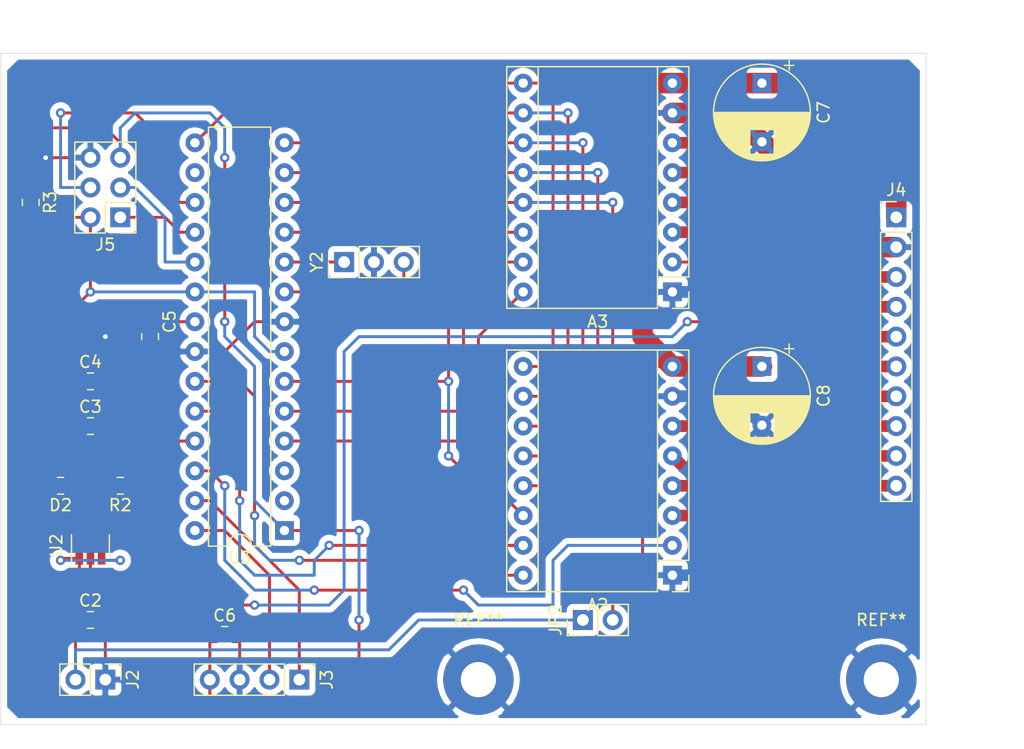
<source format=kicad_pcb>
(kicad_pcb (version 20171130) (host pcbnew "(5.1.2)-1")
  (layers (0 F.Cu signal) (31 B.Cu signal) (34 B.Paste user) (35 F.Paste user) (36 B.SilkS user) (37 F.SilkS user) (38 B.Mask user) (39 F.Mask user) (44 Edge.Cuts user))
  (net 0 "")
  (net 1 "Net-(A2-Pad16)")
  (net 2 "Net-(A2-Pad8)")
  (net 3 "Net-(A2-Pad15)")
  (net 4 GND)
  (net 5 "Net-(A2-Pad14)")
  (net 6 "Net-(A2-Pad6)")
  (net 7 "Net-(A2-Pad13)")
  (net 8 "Net-(A2-Pad5)")
  (net 9 "Net-(A2-Pad12)")
  (net 10 "Net-(A2-Pad4)")
  (net 11 "Net-(A2-Pad11)")
  (net 12 "Net-(A2-Pad3)")
  (net 13 "Net-(A2-Pad10)")
  (net 14 "Net-(A2-Pad2)")
  (net 15 "Net-(A2-Pad9)")
  (net 16 "Net-(A3-Pad16)")
  (net 17 "Net-(A3-Pad15)")
  (net 18 "Net-(A3-Pad6)")
  (net 19 "Net-(A3-Pad5)")
  (net 20 "Net-(A3-Pad4)")
  (net 21 "Net-(A3-Pad3)")
  (net 22 "Net-(A3-Pad2)")
  (net 23 "Net-(C2-Pad1)")
  (net 24 +5V)
  (net 25 "Net-(C5-Pad1)")
  (net 26 "Net-(C6-Pad1)")
  (net 27 "Net-(D2-Pad1)")
  (net 28 "Net-(J3-Pad2)")
  (net 29 "Net-(J3-Pad1)")
  (net 30 "Net-(J5-Pad4)")
  (net 31 "Net-(J5-Pad3)")
  (net 32 "Net-(J5-Pad1)")
  (net 33 "Net-(U2-Pad4)")
  (net 34 "Net-(U3-Pad10)")
  (net 35 "Net-(U3-Pad9)")
  (net 36 "Net-(U3-Pad3)")
  (net 37 "Net-(U3-Pad16)")
  (net 38 "Net-(U3-Pad2)")
  (module Connector_Wire:SolderWirePad_1x01_Drill2.5mm (layer F.Cu) (at 196.85 106.68)
    (fp_text reference REF** (at 0 -5.08) (layer F.SilkS))
    (fp_text value SolderWirePad_1x01_Drill3.0mm)
    (pad 1 thru_hole circle (at 0 0) (size 5.99948 5.99948) (drill 3) (layers *.Cu *.Mask) (net 4 GND))
  )
  (module Connector_Wire:SolderWirePad_1x01_Drill2.5mm (layer F.Cu) (at 231.14 106.68)
    (fp_text reference REF** (at 0 -5.08) (layer F.SilkS))
    (fp_text value SolderWirePad_1x01_Drill3.0mm)
    (pad 1 thru_hole circle (at 0 0) (size 5.99948 5.99948) (drill 3) (layers *.Cu *.Mask) (net 4 GND))
  )
  (module Module:Pololu_Breakout-16_15.2x20.3mm (layer F.Cu) (at 213.36 97.79 180)
    (fp_text reference A2 (at 6.35 -2.54) (layer F.SilkS))
    (fp_text value Pololu_Breakout_DRV8825)
    (pad 16 thru_hole oval (at 12.7 0 180) (size 1.6 1.6) (drill 0.8) (layers *.Cu *.Mask) (net 1 "Net-(A2-Pad16)"))
    (pad 8 thru_hole oval (at 0 17.78 180) (size 1.6 1.6) (drill 0.8) (layers *.Cu *.Mask) (net 2 "Net-(A2-Pad8)"))
    (pad 15 thru_hole oval (at 12.7 2.54 180) (size 1.6 1.6) (drill 0.8) (layers *.Cu *.Mask) (net 3 "Net-(A2-Pad15)"))
    (pad 7 thru_hole oval (at 0 15.24 180) (size 1.6 1.6) (drill 0.8) (layers *.Cu *.Mask) (net 4 GND))
    (pad 14 thru_hole oval (at 12.7 5.08 180) (size 1.6 1.6) (drill 0.8) (layers *.Cu *.Mask) (net 5 "Net-(A2-Pad14)"))
    (pad 6 thru_hole oval (at 0 12.7 180) (size 1.6 1.6) (drill 0.8) (layers *.Cu *.Mask) (net 6 "Net-(A2-Pad6)"))
    (pad 13 thru_hole oval (at 12.7 7.62 180) (size 1.6 1.6) (drill 0.8) (layers *.Cu *.Mask) (net 7 "Net-(A2-Pad13)"))
    (pad 5 thru_hole oval (at 0 10.16 180) (size 1.6 1.6) (drill 0.8) (layers *.Cu *.Mask) (net 8 "Net-(A2-Pad5)"))
    (pad 12 thru_hole oval (at 12.7 10.16 180) (size 1.6 1.6) (drill 0.8) (layers *.Cu *.Mask) (net 9 "Net-(A2-Pad12)"))
    (pad 4 thru_hole oval (at 0 7.62 180) (size 1.6 1.6) (drill 0.8) (layers *.Cu *.Mask) (net 10 "Net-(A2-Pad4)"))
    (pad 11 thru_hole oval (at 12.7 12.7 180) (size 1.6 1.6) (drill 0.8) (layers *.Cu *.Mask) (net 11 "Net-(A2-Pad11)"))
    (pad 3 thru_hole oval (at 0 5.08 180) (size 1.6 1.6) (drill 0.8) (layers *.Cu *.Mask) (net 12 "Net-(A2-Pad3)"))
    (pad 10 thru_hole oval (at 12.7 15.24 180) (size 1.6 1.6) (drill 0.8) (layers *.Cu *.Mask) (net 13 "Net-(A2-Pad10)"))
    (pad 2 thru_hole oval (at 0 2.54 180) (size 1.6 1.6) (drill 0.8) (layers *.Cu *.Mask) (net 14 "Net-(A2-Pad2)"))
    (pad 9 thru_hole oval (at 12.7 17.78 180) (size 1.6 1.6) (drill 0.8) (layers *.Cu *.Mask) (net 15 "Net-(A2-Pad9)"))
    (pad 1 thru_hole rect (at 0 0 180) (size 1.6 1.6) (drill 0.8) (layers *.Cu *.Mask) (net 4 GND))
  )
  (module Capacitor_SMD:C_0805_2012Metric (layer F.Cu) (at 175.26 102.87)
    (fp_text reference C6 (at 0 -1.65) (layer F.SilkS))
    (fp_text value 0.1uF)
    (pad 2 smd roundrect (at 0.9375 0) (size 0.975 1.4) (layers F.Cu F.Paste F.Mask) (net 4 GND))
    (pad 1 smd roundrect (at -0.9375 0) (size 0.975 1.4) (layers F.Cu F.Paste F.Mask) (net 26 "Net-(C6-Pad1)"))
  )
  (module Capacitor_SMD:C_0805_2012Metric (layer F.Cu) (at 168.91 77.47 270)
    (fp_text reference C5 (at -1.27 -1.65 90) (layer F.SilkS))
    (fp_text value 0.1uF)
    (pad 2 smd roundrect (at 0.9375 0 270) (size 0.975 1.4) (layers F.Cu F.Paste F.Mask) (net 4 GND))
    (pad 1 smd roundrect (at -0.9375 0 270) (size 0.975 1.4) (layers F.Cu F.Paste F.Mask) (net 25 "Net-(C5-Pad1)"))
  )
  (module Capacitor_SMD:C_0805_2012Metric (layer F.Cu) (at 163.83 81.28)
    (fp_text reference C4 (at 0 -1.65) (layer F.SilkS))
    (fp_text value 0.1uF)
    (pad 2 smd roundrect (at 0.9375 0) (size 0.975 1.4) (layers F.Cu F.Paste F.Mask) (net 4 GND))
    (pad 1 smd roundrect (at -0.9375 0) (size 0.975 1.4) (layers F.Cu F.Paste F.Mask) (net 24 +5V))
  )
  (module Capacitor_SMD:C_0805_2012Metric (layer F.Cu) (at 163.83 85.09)
    (fp_text reference C3 (at 0 -1.65) (layer F.SilkS))
    (fp_text value 10uF)
    (pad 2 smd roundrect (at 0.9375 0) (size 0.975 1.4) (layers F.Cu F.Paste F.Mask) (net 4 GND))
    (pad 1 smd roundrect (at -0.9375 0) (size 0.975 1.4) (layers F.Cu F.Paste F.Mask) (net 24 +5V))
  )
  (module Capacitor_SMD:C_0805_2012Metric (layer F.Cu) (at 163.83 101.6)
    (fp_text reference C2 (at 0 -1.65) (layer F.SilkS))
    (fp_text value 10uF)
    (pad 2 smd roundrect (at 0.9375 0) (size 0.975 1.4) (layers F.Cu F.Paste F.Mask) (net 4 GND))
    (pad 1 smd roundrect (at -0.9375 0) (size 0.975 1.4) (layers F.Cu F.Paste F.Mask) (net 23 "Net-(C2-Pad1)"))
  )
  (module Connector_PinHeader_2.54mm:PinHeader_1x03_P2.54mm_Vertical (layer F.Cu) (at 185.42 71.12 90)
    (fp_text reference Y2 (at 0 -2.33 90) (layer F.SilkS))
    (fp_text value 16/20MHz)
    (pad 3 thru_hole oval (at 0 5.08 90) (size 1.7 1.7) (drill 1) (layers *.Cu *.Mask) (net 35 "Net-(U3-Pad9)"))
    (pad 2 thru_hole oval (at 0 2.54 90) (size 1.7 1.7) (drill 1) (layers *.Cu *.Mask) (net 4 GND))
    (pad 1 thru_hole rect (at 0 0 90) (size 1.7 1.7) (drill 1) (layers *.Cu *.Mask) (net 34 "Net-(U3-Pad10)"))
  )
  (module Package_DIP:DIP-28_W7.62mm (layer F.Cu) (at 180.34 93.98 180)
    (fp_text reference U3 (at 3.81 -2.33) (layer F.SilkS))
    (fp_text value ATmega328P-PU)
    (pad 28 thru_hole oval (at 7.62 0 180) (size 1.6 1.6) (drill 0.8) (layers *.Cu *.Mask) (net 28 "Net-(J3-Pad2)"))
    (pad 14 thru_hole oval (at 0 33.02 180) (size 1.6 1.6) (drill 0.8) (layers *.Cu *.Mask) (net 13 "Net-(A2-Pad10)"))
    (pad 27 thru_hole oval (at 7.62 2.54 180) (size 1.6 1.6) (drill 0.8) (layers *.Cu *.Mask) (net 29 "Net-(J3-Pad1)"))
    (pad 13 thru_hole oval (at 0 30.48 180) (size 1.6 1.6) (drill 0.8) (layers *.Cu *.Mask) (net 11 "Net-(A2-Pad11)"))
    (pad 26 thru_hole oval (at 7.62 5.08 180) (size 1.6 1.6) (drill 0.8) (layers *.Cu *.Mask) (net 14 "Net-(A2-Pad2)"))
    (pad 12 thru_hole oval (at 0 27.94 180) (size 1.6 1.6) (drill 0.8) (layers *.Cu *.Mask) (net 9 "Net-(A2-Pad12)"))
    (pad 25 thru_hole oval (at 7.62 7.62 180) (size 1.6 1.6) (drill 0.8) (layers *.Cu *.Mask) (net 22 "Net-(A3-Pad2)"))
    (pad 11 thru_hole oval (at 0 25.4 180) (size 1.6 1.6) (drill 0.8) (layers *.Cu *.Mask) (net 7 "Net-(A2-Pad13)"))
    (pad 24 thru_hole oval (at 7.62 10.16 180) (size 1.6 1.6) (drill 0.8) (layers *.Cu *.Mask) (net 3 "Net-(A2-Pad15)"))
    (pad 10 thru_hole oval (at 0 22.86 180) (size 1.6 1.6) (drill 0.8) (layers *.Cu *.Mask) (net 34 "Net-(U3-Pad10)"))
    (pad 23 thru_hole oval (at 7.62 12.7 180) (size 1.6 1.6) (drill 0.8) (layers *.Cu *.Mask) (net 1 "Net-(A2-Pad16)"))
    (pad 9 thru_hole oval (at 0 20.32 180) (size 1.6 1.6) (drill 0.8) (layers *.Cu *.Mask) (net 35 "Net-(U3-Pad9)"))
    (pad 22 thru_hole oval (at 7.62 15.24 180) (size 1.6 1.6) (drill 0.8) (layers *.Cu *.Mask) (net 4 GND))
    (pad 8 thru_hole oval (at 0 17.78 180) (size 1.6 1.6) (drill 0.8) (layers *.Cu *.Mask) (net 4 GND))
    (pad 21 thru_hole oval (at 7.62 17.78 180) (size 1.6 1.6) (drill 0.8) (layers *.Cu *.Mask) (net 25 "Net-(C5-Pad1)"))
    (pad 7 thru_hole oval (at 0 15.24 180) (size 1.6 1.6) (drill 0.8) (layers *.Cu *.Mask) (net 24 +5V))
    (pad 20 thru_hole oval (at 7.62 20.32 180) (size 1.6 1.6) (drill 0.8) (layers *.Cu *.Mask) (net 24 +5V))
    (pad 6 thru_hole oval (at 0 12.7 180) (size 1.6 1.6) (drill 0.8) (layers *.Cu *.Mask) (net 5 "Net-(A2-Pad14)"))
    (pad 19 thru_hole oval (at 7.62 22.86 180) (size 1.6 1.6) (drill 0.8) (layers *.Cu *.Mask) (net 31 "Net-(J5-Pad3)"))
    (pad 5 thru_hole oval (at 0 10.16 180) (size 1.6 1.6) (drill 0.8) (layers *.Cu *.Mask) (net 17 "Net-(A3-Pad15)"))
    (pad 18 thru_hole oval (at 7.62 25.4 180) (size 1.6 1.6) (drill 0.8) (layers *.Cu *.Mask) (net 32 "Net-(J5-Pad1)"))
    (pad 4 thru_hole oval (at 0 7.62 180) (size 1.6 1.6) (drill 0.8) (layers *.Cu *.Mask) (net 16 "Net-(A3-Pad16)"))
    (pad 17 thru_hole oval (at 7.62 27.94 180) (size 1.6 1.6) (drill 0.8) (layers *.Cu *.Mask) (net 30 "Net-(J5-Pad4)"))
    (pad 3 thru_hole oval (at 0 5.08 180) (size 1.6 1.6) (drill 0.8) (layers *.Cu *.Mask) (net 36 "Net-(U3-Pad3)"))
    (pad 16 thru_hole oval (at 7.62 30.48 180) (size 1.6 1.6) (drill 0.8) (layers *.Cu *.Mask) (net 37 "Net-(U3-Pad16)"))
    (pad 2 thru_hole oval (at 0 2.54 180) (size 1.6 1.6) (drill 0.8) (layers *.Cu *.Mask) (net 38 "Net-(U3-Pad2)"))
    (pad 15 thru_hole oval (at 7.62 33.02 180) (size 1.6 1.6) (drill 0.8) (layers *.Cu *.Mask) (net 15 "Net-(A2-Pad9)"))
    (pad 1 thru_hole rect (at 0 0 180) (size 1.6 1.6) (drill 0.8) (layers *.Cu *.Mask) (net 26 "Net-(C6-Pad1)"))
  )
  (module Package_TO_SOT_SMD:SOT-23-5 (layer F.Cu) (at 163.83 95.25 90)
    (fp_text reference U2 (at 0 -2.9 90) (layer F.SilkS))
    (fp_text value MIC5205-5.0YM5)
    (pad 5 smd rect (at 1.1 -0.95 90) (size 1.06 0.65) (layers F.Cu F.Paste F.Mask) (net 24 +5V))
    (pad 4 smd rect (at 1.1 0.95 90) (size 1.06 0.65) (layers F.Cu F.Paste F.Mask) (net 33 "Net-(U2-Pad4)"))
    (pad 3 smd rect (at -1.1 0.95 90) (size 1.06 0.65) (layers F.Cu F.Paste F.Mask) (net 23 "Net-(C2-Pad1)"))
    (pad 2 smd rect (at -1.1 0 90) (size 1.06 0.65) (layers F.Cu F.Paste F.Mask) (net 4 GND))
    (pad 1 smd rect (at -1.1 -0.95 90) (size 1.06 0.65) (layers F.Cu F.Paste F.Mask) (net 23 "Net-(C2-Pad1)"))
  )
  (module Resistor_SMD:R_0805_2012Metric (layer F.Cu) (at 158.75 66.04 270)
    (fp_text reference R3 (at 0 -1.65 90) (layer F.SilkS))
    (fp_text value 10k)
    (pad 2 smd roundrect (at 0.9375 0 270) (size 0.975 1.4) (layers F.Cu F.Paste F.Mask) (net 24 +5V))
    (pad 1 smd roundrect (at -0.9375 0 270) (size 0.975 1.4) (layers F.Cu F.Paste F.Mask) (net 26 "Net-(C6-Pad1)"))
  )
  (module Resistor_SMD:R_0805_2012Metric (layer F.Cu) (at 166.37 90.17 180)
    (fp_text reference R2 (at 0 -1.65) (layer F.SilkS))
    (fp_text value 10k)
    (pad 2 smd roundrect (at 0.9375 0 180) (size 0.975 1.4) (layers F.Cu F.Paste F.Mask) (net 27 "Net-(D2-Pad1)"))
    (pad 1 smd roundrect (at -0.9375 0 180) (size 0.975 1.4) (layers F.Cu F.Paste F.Mask) (net 4 GND))
  )
  (module Connector_PinHeader_2.54mm:PinHeader_1x02_P2.54mm_Vertical (layer F.Cu) (at 205.74 101.6 90)
    (fp_text reference JP2 (at 0 -2.33 90) (layer F.SilkS))
    (fp_text value Jumper_VMotVCC)
    (pad 2 thru_hole oval (at 0 2.54 90) (size 1.7 1.7) (drill 1) (layers *.Cu *.Mask) (net 2 "Net-(A2-Pad8)"))
    (pad 1 thru_hole rect (at 0 0 90) (size 1.7 1.7) (drill 1) (layers *.Cu *.Mask) (net 23 "Net-(C2-Pad1)"))
  )
  (module Connector_PinHeader_2.54mm:PinHeader_2x03_P2.54mm_Vertical (layer F.Cu) (at 166.37 67.31 180)
    (fp_text reference J5 (at 1.27 -2.33) (layer F.SilkS))
    (fp_text value Conn_02x03_ISP)
    (pad 6 thru_hole oval (at 2.54 5.08 180) (size 1.7 1.7) (drill 1) (layers *.Cu *.Mask) (net 4 GND))
    (pad 5 thru_hole oval (at 0 5.08 180) (size 1.7 1.7) (drill 1) (layers *.Cu *.Mask) (net 26 "Net-(C6-Pad1)"))
    (pad 4 thru_hole oval (at 2.54 2.54 180) (size 1.7 1.7) (drill 1) (layers *.Cu *.Mask) (net 30 "Net-(J5-Pad4)"))
    (pad 3 thru_hole oval (at 0 2.54 180) (size 1.7 1.7) (drill 1) (layers *.Cu *.Mask) (net 31 "Net-(J5-Pad3)"))
    (pad 2 thru_hole oval (at 2.54 0 180) (size 1.7 1.7) (drill 1) (layers *.Cu *.Mask) (net 24 +5V))
    (pad 1 thru_hole rect (at 0 0 180) (size 1.7 1.7) (drill 1) (layers *.Cu *.Mask) (net 32 "Net-(J5-Pad1)"))
  )
  (module Connector_PinHeader_2.54mm:PinHeader_1x10_P2.54mm_Vertical (layer F.Cu) (at 232.41 67.31)
    (fp_text reference J4 (at 0 -2.33) (layer F.SilkS))
    (fp_text value "Screw_Terminal_01x10 (Stepper)")
    (pad 10 thru_hole oval (at 0 22.86) (size 1.7 1.7) (drill 1) (layers *.Cu *.Mask) (net 12 "Net-(A2-Pad3)"))
    (pad 9 thru_hole oval (at 0 20.32) (size 1.7 1.7) (drill 1) (layers *.Cu *.Mask) (net 10 "Net-(A2-Pad4)"))
    (pad 8 thru_hole oval (at 0 17.78) (size 1.7 1.7) (drill 1) (layers *.Cu *.Mask) (net 8 "Net-(A2-Pad5)"))
    (pad 7 thru_hole oval (at 0 15.24) (size 1.7 1.7) (drill 1) (layers *.Cu *.Mask) (net 6 "Net-(A2-Pad6)"))
    (pad 6 thru_hole oval (at 0 12.7) (size 1.7 1.7) (drill 1) (layers *.Cu *.Mask) (net 21 "Net-(A3-Pad3)"))
    (pad 5 thru_hole oval (at 0 10.16) (size 1.7 1.7) (drill 1) (layers *.Cu *.Mask) (net 20 "Net-(A3-Pad4)"))
    (pad 4 thru_hole oval (at 0 7.62) (size 1.7 1.7) (drill 1) (layers *.Cu *.Mask) (net 19 "Net-(A3-Pad5)"))
    (pad 3 thru_hole oval (at 0 5.08) (size 1.7 1.7) (drill 1) (layers *.Cu *.Mask) (net 18 "Net-(A3-Pad6)"))
    (pad 2 thru_hole oval (at 0 2.54) (size 1.7 1.7) (drill 1) (layers *.Cu *.Mask) (net 4 GND))
    (pad 1 thru_hole rect (at 0 0) (size 1.7 1.7) (drill 1) (layers *.Cu *.Mask) (net 2 "Net-(A2-Pad8)"))
  )
  (module Connector_PinHeader_2.54mm:PinHeader_1x04_P2.54mm_Vertical (layer F.Cu) (at 181.61 106.68 270)
    (fp_text reference J3 (at 0 -2.33 90) (layer F.SilkS))
    (fp_text value "Screw_Terminal_01x04 (I2C, Rst)")
    (pad 4 thru_hole oval (at 0 7.62 270) (size 1.7 1.7) (drill 1) (layers *.Cu *.Mask) (net 26 "Net-(C6-Pad1)"))
    (pad 3 thru_hole oval (at 0 5.08 270) (size 1.7 1.7) (drill 1) (layers *.Cu *.Mask) (net 4 GND))
    (pad 2 thru_hole oval (at 0 2.54 270) (size 1.7 1.7) (drill 1) (layers *.Cu *.Mask) (net 28 "Net-(J3-Pad2)"))
    (pad 1 thru_hole rect (at 0 0 270) (size 1.7 1.7) (drill 1) (layers *.Cu *.Mask) (net 29 "Net-(J3-Pad1)"))
  )
  (module Connector_PinHeader_2.54mm:PinHeader_1x02_P2.54mm_Vertical (layer F.Cu) (at 165.1 106.68 270)
    (fp_text reference J2 (at 0 -2.33 90) (layer F.SilkS))
    (fp_text value "Screw_Terminal_01x02 PSULogic")
    (pad 2 thru_hole oval (at 0 2.54 270) (size 1.7 1.7) (drill 1) (layers *.Cu *.Mask) (net 23 "Net-(C2-Pad1)"))
    (pad 1 thru_hole rect (at 0 0 270) (size 1.7 1.7) (drill 1) (layers *.Cu *.Mask) (net 4 GND))
  )
  (module Capacitor_SMD:C_0805_2012Metric (layer F.Cu) (at 161.29 90.17 180)
    (fp_text reference D2 (at 0 -1.65) (layer F.SilkS))
    (fp_text value LED_Small)
    (pad 2 smd roundrect (at 0.9375 0 180) (size 0.975 1.4) (layers F.Cu F.Paste F.Mask) (net 24 +5V))
    (pad 1 smd roundrect (at -0.9375 0 180) (size 0.975 1.4) (layers F.Cu F.Paste F.Mask) (net 27 "Net-(D2-Pad1)"))
  )
  (module Capacitor_THT:CP_Radial_D8.0mm_P5.00mm (layer F.Cu) (at 220.98 80.01 270)
    (fp_text reference C8 (at 2.5 -5.25 90) (layer F.SilkS))
    (fp_text value 100uF)
    (pad 2 thru_hole circle (at 5 0 270) (size 1.6 1.6) (drill 0.8) (layers *.Cu *.Mask) (net 4 GND))
    (pad 1 thru_hole rect (at 0 0 270) (size 1.6 1.6) (drill 0.8) (layers *.Cu *.Mask) (net 2 "Net-(A2-Pad8)"))
  )
  (module Capacitor_THT:CP_Radial_D8.0mm_P5.00mm (layer F.Cu) (at 220.98 55.88 270)
    (fp_text reference C7 (at 2.5 -5.25 90) (layer F.SilkS))
    (fp_text value 100uF)
    (pad 2 thru_hole circle (at 5 0 270) (size 1.6 1.6) (drill 0.8) (layers *.Cu *.Mask) (net 4 GND))
    (pad 1 thru_hole rect (at 0 0 270) (size 1.6 1.6) (drill 0.8) (layers *.Cu *.Mask) (net 2 "Net-(A2-Pad8)"))
  )
  (module Module:Pololu_Breakout-16_15.2x20.3mm (layer F.Cu) (at 213.36 73.66 180)
    (fp_text reference A3 (at 6.35 -2.54) (layer F.SilkS))
    (fp_text value Pololu_Breakout_DRV8825)
    (pad 16 thru_hole oval (at 12.7 0 180) (size 1.6 1.6) (drill 0.8) (layers *.Cu *.Mask) (net 16 "Net-(A3-Pad16)"))
    (pad 8 thru_hole oval (at 0 17.78 180) (size 1.6 1.6) (drill 0.8) (layers *.Cu *.Mask) (net 2 "Net-(A2-Pad8)"))
    (pad 15 thru_hole oval (at 12.7 2.54 180) (size 1.6 1.6) (drill 0.8) (layers *.Cu *.Mask) (net 17 "Net-(A3-Pad15)"))
    (pad 7 thru_hole oval (at 0 15.24 180) (size 1.6 1.6) (drill 0.8) (layers *.Cu *.Mask) (net 4 GND))
    (pad 14 thru_hole oval (at 12.7 5.08 180) (size 1.6 1.6) (drill 0.8) (layers *.Cu *.Mask) (net 5 "Net-(A2-Pad14)"))
    (pad 6 thru_hole oval (at 0 12.7 180) (size 1.6 1.6) (drill 0.8) (layers *.Cu *.Mask) (net 18 "Net-(A3-Pad6)"))
    (pad 13 thru_hole oval (at 12.7 7.62 180) (size 1.6 1.6) (drill 0.8) (layers *.Cu *.Mask) (net 7 "Net-(A2-Pad13)"))
    (pad 5 thru_hole oval (at 0 10.16 180) (size 1.6 1.6) (drill 0.8) (layers *.Cu *.Mask) (net 19 "Net-(A3-Pad5)"))
    (pad 12 thru_hole oval (at 12.7 10.16 180) (size 1.6 1.6) (drill 0.8) (layers *.Cu *.Mask) (net 9 "Net-(A2-Pad12)"))
    (pad 4 thru_hole oval (at 0 7.62 180) (size 1.6 1.6) (drill 0.8) (layers *.Cu *.Mask) (net 20 "Net-(A3-Pad4)"))
    (pad 11 thru_hole oval (at 12.7 12.7 180) (size 1.6 1.6) (drill 0.8) (layers *.Cu *.Mask) (net 11 "Net-(A2-Pad11)"))
    (pad 3 thru_hole oval (at 0 5.08 180) (size 1.6 1.6) (drill 0.8) (layers *.Cu *.Mask) (net 21 "Net-(A3-Pad3)"))
    (pad 10 thru_hole oval (at 12.7 15.24 180) (size 1.6 1.6) (drill 0.8) (layers *.Cu *.Mask) (net 13 "Net-(A2-Pad10)"))
    (pad 2 thru_hole oval (at 0 2.54 180) (size 1.6 1.6) (drill 0.8) (layers *.Cu *.Mask) (net 22 "Net-(A3-Pad2)"))
    (pad 9 thru_hole oval (at 12.7 17.78 180) (size 1.6 1.6) (drill 0.8) (layers *.Cu *.Mask) (net 15 "Net-(A2-Pad9)"))
    (pad 1 thru_hole rect (at 0 0 180) (size 1.6 1.6) (drill 0.8) (layers *.Cu *.Mask) (net 4 GND))
  )
  (gr_line (start 156.21 110.49) (end 156.21 53.34) (layer Edge.Cuts) (width 0.05))
  (gr_line (start 234.95 110.49) (end 156.21 110.49) (layer Edge.Cuts) (width 0.05))
  (gr_line (start 234.95 53.34) (end 234.95 110.49) (layer Edge.Cuts) (width 0.05))
  (gr_line (start 156.21 53.34) (end 234.95 53.34) (layer Edge.Cuts) (width 0.05))
  (segment (start 172.72 81.28) (end 176.53 81.28) (width 0.25) (layer F.Cu) (net 1))
  (segment (start 176.53 81.28) (end 177.8 82.55) (width 0.25) (layer F.Cu) (net 1))
  (via (at 177.8 92.71) (size 0.8) (drill 0.4) (layers F.Cu B.Cu) (net 1))
  (segment (start 177.8 82.55) (end 177.8 92.71) (width 0.25) (layer F.Cu) (net 1))
  (segment (start 177.8 92.71) (end 177.8 95.25) (width 0.25) (layer B.Cu) (net 1))
  (segment (start 177.8 95.25) (end 179.07 96.52) (width 0.25) (layer B.Cu) (net 1))
  (via (at 181.61 96.52) (size 0.8) (drill 0.4) (layers F.Cu B.Cu) (net 1))
  (segment (start 179.07 96.52) (end 181.61 96.52) (width 0.25) (layer B.Cu) (net 1))
  (segment (start 181.61 96.52) (end 195.58 96.52) (width 0.25) (layer F.Cu) (net 1))
  (segment (start 195.58 96.52) (end 196.85 97.79) (width 0.25) (layer F.Cu) (net 1))
  (segment (start 196.85 97.79) (end 200.66 97.79) (width 0.25) (layer F.Cu) (net 1))
  (segment (start 223.53 55.88) (end 220.98 55.88) (width 1.75) (layer F.Cu) (net 2))
  (segment (start 223.58 55.88) (end 223.53 55.88) (width 1.75) (layer F.Cu) (net 2))
  (segment (start 232.41 64.71) (end 223.58 55.88) (width 1.75) (layer F.Cu) (net 2))
  (segment (start 232.41 67.31) (end 232.41 64.71) (width 1.75) (layer F.Cu) (net 2))
  (segment (start 220.98 55.88) (end 213.36 55.88) (width 1.75) (layer F.Cu) (net 2))
  (segment (start 213.36 80.01) (end 220.98 80.01) (width 1.75) (layer F.Cu) (net 2))
  (segment (start 210.82 77.47) (end 213.36 80.01) (width 1.75) (layer F.Cu) (net 2))
  (segment (start 213.36 55.88) (end 210.82 55.88) (width 1.75) (layer F.Cu) (net 2))
  (segment (start 210.82 55.88) (end 210.82 77.47) (width 1.75) (layer F.Cu) (net 2))
  (segment (start 208.28 101.6) (end 208.28 100.33) (width 0.25) (layer F.Cu) (net 2))
  (segment (start 208.28 100.33) (end 210.82 97.79) (width 0.25) (layer F.Cu) (net 2))
  (segment (start 210.82 97.79) (end 210.82 82.55) (width 0.25) (layer F.Cu) (net 2))
  (segment (start 210.82 82.55) (end 210.82 81.28) (width 0.25) (layer F.Cu) (net 2))
  (segment (start 213.36 80.01) (end 212.09 80.01) (width 0.25) (layer F.Cu) (net 2))
  (segment (start 212.09 80.01) (end 210.82 81.28) (width 0.25) (layer F.Cu) (net 2))
  (segment (start 200.66 95.25) (end 199.39 95.25) (width 0.25) (layer F.Cu) (net 3))
  (segment (start 172.72 83.82) (end 175.26 83.82) (width 0.25) (layer F.Cu) (net 3))
  (segment (start 175.26 83.82) (end 176.53 85.09) (width 0.25) (layer F.Cu) (net 3))
  (via (at 176.53 91.44) (size 0.8) (drill 0.4) (layers F.Cu B.Cu) (net 3))
  (segment (start 176.53 85.09) (end 176.53 91.44) (width 0.25) (layer F.Cu) (net 3))
  (segment (start 176.53 91.44) (end 176.53 94.61641) (width 0.25) (layer B.Cu) (net 3))
  (segment (start 176.53 94.61641) (end 176.53 96.52) (width 0.25) (layer B.Cu) (net 3))
  (segment (start 176.53 96.52) (end 177.8 97.79) (width 0.25) (layer B.Cu) (net 3))
  (segment (start 177.8 97.79) (end 182.88 97.79) (width 0.25) (layer B.Cu) (net 3))
  (segment (start 182.88 97.79) (end 182.88 96.52) (width 0.25) (layer B.Cu) (net 3))
  (via (at 184.15 95.25) (size 0.8) (drill 0.4) (layers F.Cu B.Cu) (net 3))
  (segment (start 182.88 96.52) (end 184.15 95.25) (width 0.25) (layer B.Cu) (net 3))
  (segment (start 184.15 95.25) (end 200.66 95.25) (width 0.25) (layer F.Cu) (net 3))
  (segment (start 227.33 67.23) (end 220.98 60.88) (width 1.75) (layer F.Cu) (net 4))
  (segment (start 232.41 69.85) (end 227.33 69.85) (width 1.75) (layer F.Cu) (net 4))
  (segment (start 227.33 69.85) (end 227.33 67.23) (width 1.75) (layer F.Cu) (net 4))
  (segment (start 218.52 58.42) (end 220.98 60.88) (width 1.75) (layer F.Cu) (net 4))
  (segment (start 213.36 58.42) (end 218.52 58.42) (width 1.75) (layer F.Cu) (net 4))
  (segment (start 231.207919 69.85) (end 232.41 69.85) (width 1) (layer B.Cu) (net 4))
  (segment (start 218.97 69.85) (end 231.207919 69.85) (width 1) (layer B.Cu) (net 4))
  (segment (start 215.16 73.66) (end 218.97 69.85) (width 1) (layer B.Cu) (net 4))
  (segment (start 218.52 82.55) (end 220.98 85.01) (width 1) (layer B.Cu) (net 4))
  (segment (start 213.36 82.55) (end 218.52 82.55) (width 1) (layer B.Cu) (net 4))
  (segment (start 213.36 82.55) (end 215.9 82.55) (width 1) (layer B.Cu) (net 4))
  (segment (start 215.9 82.55) (end 217.17 81.28) (width 1) (layer B.Cu) (net 4))
  (segment (start 217.17 81.28) (end 217.17 76.2) (width 1) (layer B.Cu) (net 4))
  (segment (start 215.16 73.66) (end 213.36 73.66) (width 1) (layer B.Cu) (net 4))
  (segment (start 217.17 75.67) (end 215.16 73.66) (width 1) (layer B.Cu) (net 4))
  (segment (start 217.17 76.2) (end 217.17 75.67) (width 1) (layer B.Cu) (net 4))
  (segment (start 220.98 96.52) (end 220.98 85.01) (width 1) (layer B.Cu) (net 4))
  (segment (start 213.36 97.79) (end 219.71 97.79) (width 1) (layer B.Cu) (net 4))
  (segment (start 219.71 97.79) (end 220.98 96.52) (width 1) (layer B.Cu) (net 4))
  (segment (start 187.96 71.12) (end 187.96 74.93) (width 0.25) (layer B.Cu) (net 4))
  (segment (start 187.96 74.93) (end 186.69 76.2) (width 0.25) (layer B.Cu) (net 4))
  (segment (start 186.69 76.2) (end 180.34 76.2) (width 0.25) (layer B.Cu) (net 4))
  (segment (start 172.72 78.74) (end 175.26 78.74) (width 0.25) (layer F.Cu) (net 4))
  (segment (start 177.8 76.2) (end 180.34 76.2) (width 0.25) (layer F.Cu) (net 4))
  (segment (start 175.26 78.74) (end 177.8 76.2) (width 0.25) (layer F.Cu) (net 4))
  (segment (start 187.96 74.93) (end 198.12 74.93) (width 0.25) (layer B.Cu) (net 4))
  (segment (start 198.12 74.93) (end 199.39 76.2) (width 0.25) (layer B.Cu) (net 4))
  (segment (start 212.31 73.66) (end 213.36 73.66) (width 0.25) (layer B.Cu) (net 4))
  (segment (start 209.77 76.2) (end 212.31 73.66) (width 0.25) (layer B.Cu) (net 4))
  (segment (start 199.39 76.2) (end 209.77 76.2) (width 0.25) (layer B.Cu) (net 4))
  (segment (start 176.53 103.2025) (end 176.1975 102.87) (width 0.25) (layer F.Cu) (net 4))
  (segment (start 176.53 106.68) (end 176.53 103.2025) (width 0.25) (layer F.Cu) (net 4))
  (segment (start 169.2425 78.74) (end 168.91 78.4075) (width 0.25) (layer F.Cu) (net 4))
  (segment (start 172.72 78.74) (end 169.2425 78.74) (width 0.25) (layer F.Cu) (net 4))
  (segment (start 165.1 101.9325) (end 164.7675 101.6) (width 0.25) (layer F.Cu) (net 4))
  (segment (start 165.1 106.68) (end 165.1 101.9325) (width 0.25) (layer F.Cu) (net 4))
  (segment (start 164.7675 101.6) (end 164.7675 99.9975) (width 0.25) (layer F.Cu) (net 4))
  (segment (start 163.83 97.13) (end 163.83 96.35) (width 0.25) (layer F.Cu) (net 4))
  (segment (start 163.83 99.06) (end 163.83 97.13) (width 0.25) (layer F.Cu) (net 4))
  (segment (start 164.7675 99.9975) (end 163.83 99.06) (width 0.25) (layer F.Cu) (net 4))
  (segment (start 163.83 92.71) (end 163.83 96.35) (width 0.25) (layer F.Cu) (net 4))
  (segment (start 166.37 92.71) (end 163.83 92.71) (width 0.25) (layer F.Cu) (net 4))
  (segment (start 167.3075 90.17) (end 167.3075 91.7725) (width 0.25) (layer F.Cu) (net 4))
  (segment (start 167.3075 91.7725) (end 166.37 92.71) (width 0.25) (layer F.Cu) (net 4))
  (segment (start 166.0375 86.36) (end 164.7675 85.09) (width 0.25) (layer F.Cu) (net 4))
  (segment (start 167.3075 90.17) (end 167.3075 87.63) (width 0.25) (layer F.Cu) (net 4))
  (segment (start 167.3075 87.63) (end 166.0375 86.36) (width 0.25) (layer F.Cu) (net 4))
  (segment (start 164.7675 85.09) (end 164.7675 81.28) (width 0.25) (layer F.Cu) (net 4))
  (segment (start 167.64 78.4075) (end 168.91 78.4075) (width 0.25) (layer F.Cu) (net 4))
  (segment (start 164.7675 81.28) (end 167.64 78.4075) (width 0.25) (layer F.Cu) (net 4))
  (segment (start 176.53 107.95) (end 176.53 106.68) (width 0.25) (layer B.Cu) (net 4))
  (segment (start 175.26 109.22) (end 176.53 107.95) (width 0.25) (layer B.Cu) (net 4))
  (segment (start 171.45 109.22) (end 175.26 109.22) (width 0.25) (layer B.Cu) (net 4))
  (segment (start 165.1 106.68) (end 168.91 106.68) (width 0.25) (layer B.Cu) (net 4))
  (segment (start 168.91 106.68) (end 171.45 109.22) (width 0.25) (layer B.Cu) (net 4))
  (segment (start 163.83 62.23) (end 160.02 62.23) (width 0.25) (layer F.Cu) (net 4))
  (via (at 160.02 62.23) (size 0.8) (drill 0.4) (layers F.Cu B.Cu) (net 4))
  (segment (start 160.02 62.23) (end 160.02 73.66) (width 0.25) (layer B.Cu) (net 4))
  (via (at 165.1 77.47) (size 0.8) (drill 0.4) (layers F.Cu B.Cu) (net 4))
  (segment (start 165.1 77.47) (end 163.83 77.47) (width 0.25) (layer B.Cu) (net 4))
  (segment (start 163.83 77.47) (end 160.02 73.66) (width 0.25) (layer B.Cu) (net 4))
  (segment (start 166.0375 78.4075) (end 165.1 77.47) (width 0.25) (layer F.Cu) (net 4))
  (segment (start 168.91 78.4075) (end 166.0375 78.4075) (width 0.25) (layer F.Cu) (net 4))
  (segment (start 198.12 68.58) (end 200.66 68.58) (width 0.25) (layer F.Cu) (net 5))
  (segment (start 194.31 72.39) (end 198.12 68.58) (width 0.25) (layer F.Cu) (net 5))
  (segment (start 180.34 81.28) (end 194.31 81.28) (width 0.25) (layer F.Cu) (net 5))
  (segment (start 194.31 81.28) (end 194.31 72.39) (width 0.25) (layer F.Cu) (net 5))
  (segment (start 200.66 92.71) (end 196.85 88.9) (width 0.25) (layer F.Cu) (net 5))
  (segment (start 196.85 88.9) (end 195.58 88.9) (width 0.25) (layer F.Cu) (net 5))
  (segment (start 195.58 88.9) (end 194.31 87.63) (width 0.25) (layer F.Cu) (net 5))
  (via (at 194.31 87.63) (size 0.8) (drill 0.4) (layers F.Cu B.Cu) (net 5))
  (segment (start 194.31 87.63) (end 194.31 81.28) (width 0.25) (layer B.Cu) (net 5))
  (via (at 194.31 81.28) (size 0.8) (drill 0.4) (layers F.Cu B.Cu) (net 5))
  (segment (start 228.6 82.55) (end 232.41 82.55) (width 1) (layer F.Cu) (net 6))
  (segment (start 223.52 87.63) (end 228.6 82.55) (width 1) (layer F.Cu) (net 6))
  (segment (start 219.71 87.63) (end 223.52 87.63) (width 1) (layer F.Cu) (net 6))
  (segment (start 213.36 85.09) (end 217.17 85.09) (width 1) (layer F.Cu) (net 6))
  (segment (start 217.17 85.09) (end 219.71 87.63) (width 1) (layer F.Cu) (net 6))
  (segment (start 180.34 68.58) (end 195.58 68.58) (width 0.25) (layer F.Cu) (net 7))
  (segment (start 198.12 66.04) (end 200.66 66.04) (width 0.25) (layer F.Cu) (net 7))
  (segment (start 195.58 68.58) (end 198.12 66.04) (width 0.25) (layer F.Cu) (net 7))
  (segment (start 200.66 90.17) (end 202.56641 90.17) (width 0.25) (layer F.Cu) (net 7))
  (segment (start 202.56641 90.17) (end 204.47 90.17) (width 0.25) (layer F.Cu) (net 7))
  (segment (start 204.47 90.17) (end 208.28 86.36) (width 0.25) (layer F.Cu) (net 7))
  (via (at 208.28 66.04) (size 0.8) (drill 0.4) (layers F.Cu B.Cu) (net 7))
  (segment (start 208.28 86.36) (end 208.28 66.04) (width 0.25) (layer F.Cu) (net 7))
  (segment (start 208.28 66.04) (end 200.66 66.04) (width 0.25) (layer B.Cu) (net 7))
  (segment (start 214.560009 88.830009) (end 224.859991 88.830009) (width 1) (layer F.Cu) (net 8))
  (segment (start 213.36 87.63) (end 214.560009 88.830009) (width 1) (layer F.Cu) (net 8))
  (segment (start 228.6 85.09) (end 232.41 85.09) (width 1) (layer F.Cu) (net 8))
  (segment (start 224.859991 88.830009) (end 228.6 85.09) (width 1) (layer F.Cu) (net 8))
  (segment (start 180.34 66.04) (end 194.31 66.04) (width 0.25) (layer F.Cu) (net 9))
  (segment (start 194.31 66.04) (end 196.85 63.5) (width 0.25) (layer F.Cu) (net 9))
  (segment (start 196.85 63.5) (end 200.66 63.5) (width 0.25) (layer F.Cu) (net 9))
  (segment (start 200.66 87.63) (end 204.47 87.63) (width 0.25) (layer F.Cu) (net 9))
  (segment (start 204.47 87.63) (end 207.01 85.09) (width 0.25) (layer F.Cu) (net 9))
  (via (at 207.01 63.5) (size 0.8) (drill 0.4) (layers F.Cu B.Cu) (net 9))
  (segment (start 207.01 85.09) (end 207.01 63.5) (width 0.25) (layer F.Cu) (net 9))
  (segment (start 207.01 63.5) (end 200.66 63.5) (width 0.25) (layer B.Cu) (net 9))
  (segment (start 213.36 90.17) (end 226.06 90.17) (width 1) (layer F.Cu) (net 10))
  (segment (start 228.6 87.63) (end 232.41 87.63) (width 1) (layer F.Cu) (net 10))
  (segment (start 226.06 90.17) (end 228.6 87.63) (width 1) (layer F.Cu) (net 10))
  (segment (start 180.34 63.5) (end 193.04 63.5) (width 0.25) (layer F.Cu) (net 11))
  (segment (start 199.52863 60.96) (end 200.66 60.96) (width 0.25) (layer F.Cu) (net 11))
  (segment (start 195.58 60.96) (end 199.52863 60.96) (width 0.25) (layer F.Cu) (net 11))
  (segment (start 193.04 63.5) (end 195.58 60.96) (width 0.25) (layer F.Cu) (net 11))
  (segment (start 200.66 85.09) (end 204.47 85.09) (width 0.25) (layer F.Cu) (net 11))
  (segment (start 204.47 85.09) (end 205.74 83.82) (width 0.25) (layer F.Cu) (net 11))
  (via (at 205.74 60.96) (size 0.8) (drill 0.4) (layers F.Cu B.Cu) (net 11))
  (segment (start 205.74 83.82) (end 205.74 60.96) (width 0.25) (layer F.Cu) (net 11))
  (segment (start 205.74 60.96) (end 200.66 60.96) (width 0.25) (layer B.Cu) (net 11))
  (segment (start 231.207919 90.17) (end 232.41 90.17) (width 1) (layer F.Cu) (net 12))
  (segment (start 227.75707 90.17) (end 231.207919 90.17) (width 1) (layer F.Cu) (net 12))
  (segment (start 225.21707 92.71) (end 227.75707 90.17) (width 1) (layer F.Cu) (net 12))
  (segment (start 213.36 92.71) (end 225.21707 92.71) (width 1) (layer F.Cu) (net 12))
  (segment (start 180.34 60.96) (end 191.77 60.96) (width 0.25) (layer F.Cu) (net 13))
  (segment (start 194.31 58.42) (end 200.66 58.42) (width 0.25) (layer F.Cu) (net 13))
  (segment (start 191.77 60.96) (end 194.31 58.42) (width 0.25) (layer F.Cu) (net 13))
  (segment (start 200.66 82.55) (end 204.47 82.55) (width 0.25) (layer F.Cu) (net 13))
  (segment (start 204.47 82.55) (end 204.47 58.42) (width 0.25) (layer F.Cu) (net 13))
  (via (at 204.47 58.42) (size 0.8) (drill 0.4) (layers F.Cu B.Cu) (net 13))
  (segment (start 200.66 58.42) (end 204.47 58.42) (width 0.25) (layer B.Cu) (net 13))
  (segment (start 213.36 95.25) (end 204.47 95.25) (width 0.25) (layer B.Cu) (net 14))
  (segment (start 204.47 95.25) (end 203.2 96.52) (width 0.25) (layer B.Cu) (net 14))
  (segment (start 203.2 96.52) (end 203.2 97.79) (width 0.25) (layer B.Cu) (net 14))
  (segment (start 203.2 97.79) (end 203.2 100.33) (width 0.25) (layer B.Cu) (net 14))
  (segment (start 203.2 100.33) (end 196.85 100.33) (width 0.25) (layer B.Cu) (net 14))
  (via (at 195.58 99.06) (size 0.8) (drill 0.4) (layers F.Cu B.Cu) (net 14))
  (segment (start 196.85 100.33) (end 195.58 99.06) (width 0.25) (layer B.Cu) (net 14))
  (segment (start 195.58 99.06) (end 182.88 99.06) (width 0.25) (layer F.Cu) (net 14))
  (via (at 182.88 99.06) (size 0.8) (drill 0.4) (layers F.Cu B.Cu) (net 14))
  (segment (start 182.88 99.06) (end 178.43359 99.06) (width 0.25) (layer B.Cu) (net 14))
  (segment (start 178.43359 99.06) (end 177.8 99.06) (width 0.25) (layer B.Cu) (net 14))
  (segment (start 177.8 99.06) (end 175.26 96.52) (width 0.25) (layer B.Cu) (net 14))
  (via (at 175.26 90.17) (size 0.8) (drill 0.4) (layers F.Cu B.Cu) (net 14))
  (segment (start 175.26 96.52) (end 175.26 91.636998) (width 0.25) (layer B.Cu) (net 14))
  (segment (start 175.26 91.636998) (end 175.26 90.17) (width 0.25) (layer B.Cu) (net 14))
  (segment (start 175.26 90.17) (end 173.99 88.9) (width 0.25) (layer F.Cu) (net 14))
  (segment (start 173.99 88.9) (end 172.72 88.9) (width 0.25) (layer F.Cu) (net 14))
  (segment (start 203.2 55.88) (end 200.66 55.88) (width 0.25) (layer F.Cu) (net 15))
  (segment (start 200.66 80.01) (end 203.2 80.01) (width 0.25) (layer F.Cu) (net 15))
  (segment (start 203.2 80.01) (end 203.2 55.88) (width 0.25) (layer F.Cu) (net 15))
  (segment (start 200.66 55.88) (end 194.31 55.88) (width 0.25) (layer F.Cu) (net 15))
  (segment (start 194.31 55.88) (end 191.77 58.42) (width 0.25) (layer F.Cu) (net 15))
  (segment (start 175.26 58.42) (end 172.72 60.96) (width 0.25) (layer F.Cu) (net 15))
  (segment (start 191.77 58.42) (end 175.26 58.42) (width 0.25) (layer F.Cu) (net 15))
  (segment (start 180.34 86.36) (end 196.85 86.36) (width 0.25) (layer F.Cu) (net 16))
  (segment (start 196.85 77.47) (end 200.66 73.66) (width 0.25) (layer F.Cu) (net 16))
  (segment (start 196.85 86.36) (end 196.85 77.47) (width 0.25) (layer F.Cu) (net 16))
  (segment (start 198.12 71.12) (end 200.66 71.12) (width 0.25) (layer F.Cu) (net 17))
  (segment (start 195.58 73.66) (end 198.12 71.12) (width 0.25) (layer F.Cu) (net 17))
  (segment (start 180.34 83.82) (end 195.58 83.82) (width 0.25) (layer F.Cu) (net 17))
  (segment (start 195.58 83.82) (end 195.58 73.66) (width 0.25) (layer F.Cu) (net 17))
  (segment (start 213.36 60.96) (end 215.9 60.96) (width 1) (layer F.Cu) (net 18))
  (segment (start 227.33 72.39) (end 232.41 72.39) (width 1) (layer F.Cu) (net 18))
  (segment (start 215.9 60.96) (end 227.33 72.39) (width 1) (layer F.Cu) (net 18))
  (segment (start 213.36 63.5) (end 215.9 63.5) (width 1) (layer F.Cu) (net 19))
  (segment (start 227.33 74.93) (end 232.41 74.93) (width 1) (layer F.Cu) (net 19))
  (segment (start 215.9 63.5) (end 227.33 74.93) (width 1) (layer F.Cu) (net 19))
  (segment (start 213.36 66.04) (end 215.9 66.04) (width 1) (layer F.Cu) (net 20))
  (segment (start 227.33 77.47) (end 232.41 77.47) (width 1) (layer F.Cu) (net 20))
  (segment (start 215.9 66.04) (end 227.33 77.47) (width 1) (layer F.Cu) (net 20))
  (segment (start 227.33 80.01) (end 232.41 80.01) (width 1) (layer F.Cu) (net 21))
  (segment (start 213.36 68.58) (end 215.9 68.58) (width 1) (layer F.Cu) (net 21))
  (segment (start 215.9 68.58) (end 227.33 80.01) (width 1) (layer F.Cu) (net 21))
  (segment (start 172.72 86.36) (end 171.45 86.36) (width 0.25) (layer F.Cu) (net 22))
  (segment (start 171.45 86.36) (end 170.18 87.63) (width 0.25) (layer F.Cu) (net 22))
  (segment (start 170.18 87.63) (end 170.18 96.52) (width 0.25) (layer F.Cu) (net 22))
  (segment (start 170.18 96.52) (end 173.99 100.33) (width 0.25) (layer F.Cu) (net 22))
  (via (at 177.8 100.33) (size 0.8) (drill 0.4) (layers F.Cu B.Cu) (net 22))
  (segment (start 173.99 100.33) (end 177.8 100.33) (width 0.25) (layer F.Cu) (net 22))
  (segment (start 177.8 100.33) (end 182.683002 100.33) (width 0.25) (layer B.Cu) (net 22))
  (segment (start 182.683002 100.33) (end 184.15 100.33) (width 0.25) (layer B.Cu) (net 22))
  (segment (start 184.15 100.33) (end 185.42 99.06) (width 0.25) (layer B.Cu) (net 22))
  (segment (start 185.42 99.06) (end 185.42 78.74) (width 0.25) (layer B.Cu) (net 22))
  (segment (start 185.42 78.74) (end 186.69 77.47) (width 0.25) (layer B.Cu) (net 22))
  (segment (start 186.69 77.47) (end 213.36 77.47) (width 0.25) (layer B.Cu) (net 22))
  (via (at 214.63 76.2) (size 0.8) (drill 0.4) (layers F.Cu B.Cu) (net 22))
  (segment (start 213.36 77.47) (end 214.63 76.2) (width 0.25) (layer B.Cu) (net 22))
  (segment (start 214.63 76.2) (end 215.9 76.2) (width 0.25) (layer F.Cu) (net 22))
  (segment (start 215.9 76.2) (end 217.17 74.93) (width 0.25) (layer F.Cu) (net 22))
  (segment (start 217.17 74.93) (end 217.17 72.39) (width 0.25) (layer F.Cu) (net 22))
  (segment (start 217.17 72.39) (end 215.9 71.12) (width 0.25) (layer F.Cu) (net 22))
  (segment (start 215.9 71.12) (end 213.36 71.12) (width 0.25) (layer F.Cu) (net 22))
  (segment (start 162.8925 96.3625) (end 162.88 96.35) (width 0.25) (layer F.Cu) (net 23))
  (segment (start 162.8925 101.6) (end 162.8925 96.3625) (width 0.25) (layer F.Cu) (net 23))
  (segment (start 162.56 101.9325) (end 162.8925 101.6) (width 0.25) (layer F.Cu) (net 23))
  (segment (start 162.56 106.68) (end 162.56 101.9325) (width 0.25) (layer F.Cu) (net 23))
  (segment (start 205.74 101.6) (end 191.77 101.6) (width 0.25) (layer B.Cu) (net 23))
  (segment (start 191.77 101.6) (end 189.23 104.14) (width 0.25) (layer B.Cu) (net 23))
  (segment (start 189.23 104.14) (end 162.56 104.14) (width 0.25) (layer B.Cu) (net 23))
  (segment (start 162.56 104.14) (end 162.56 106.68) (width 0.25) (layer B.Cu) (net 23))
  (segment (start 162.88 96.35) (end 161.46 96.35) (width 0.25) (layer F.Cu) (net 23))
  (via (at 161.29 96.52) (size 0.8) (drill 0.4) (layers F.Cu B.Cu) (net 23))
  (segment (start 161.46 96.35) (end 161.29 96.52) (width 0.25) (layer F.Cu) (net 23))
  (segment (start 161.29 96.52) (end 166.37 96.52) (width 0.25) (layer B.Cu) (net 23))
  (via (at 166.37 96.52) (size 0.8) (drill 0.4) (layers F.Cu B.Cu) (net 23))
  (segment (start 164.95 96.52) (end 164.78 96.35) (width 0.25) (layer F.Cu) (net 23))
  (segment (start 166.37 96.52) (end 164.95 96.52) (width 0.25) (layer F.Cu) (net 23))
  (segment (start 162.8925 85.4225) (end 162.8925 85.09) (width 0.25) (layer F.Cu) (net 24))
  (segment (start 162.8925 86.0275) (end 162.8925 85.4225) (width 0.25) (layer F.Cu) (net 24))
  (segment (start 160.3525 90.17) (end 160.3525 88.5675) (width 0.25) (layer F.Cu) (net 24))
  (segment (start 160.3525 88.5675) (end 162.8925 86.0275) (width 0.25) (layer F.Cu) (net 24))
  (segment (start 162.8925 85.09) (end 162.8925 81.28) (width 0.25) (layer F.Cu) (net 24))
  (segment (start 162.88 93.03) (end 162.88 94.15) (width 0.25) (layer F.Cu) (net 24))
  (segment (start 162.56 92.71) (end 162.88 93.03) (width 0.25) (layer F.Cu) (net 24))
  (segment (start 161.29 92.71) (end 162.56 92.71) (width 0.25) (layer F.Cu) (net 24))
  (segment (start 160.3525 90.17) (end 160.3525 91.7725) (width 0.25) (layer F.Cu) (net 24))
  (segment (start 160.3525 91.7725) (end 161.29 92.71) (width 0.25) (layer F.Cu) (net 24))
  (segment (start 180.34 78.74) (end 179.07 78.74) (width 0.25) (layer B.Cu) (net 24))
  (segment (start 179.07 78.74) (end 177.8 77.47) (width 0.25) (layer B.Cu) (net 24))
  (segment (start 177.8 77.47) (end 177.8 73.66) (width 0.25) (layer B.Cu) (net 24))
  (segment (start 177.8 73.66) (end 172.72 73.66) (width 0.25) (layer B.Cu) (net 24))
  (segment (start 162.8925 81.28) (end 162.8925 74.5975) (width 0.25) (layer F.Cu) (net 24))
  (via (at 163.83 73.66) (size 0.8) (drill 0.4) (layers F.Cu B.Cu) (net 24))
  (segment (start 162.8925 74.5975) (end 163.83 73.66) (width 0.25) (layer F.Cu) (net 24))
  (segment (start 163.83 73.66) (end 172.72 73.66) (width 0.25) (layer B.Cu) (net 24))
  (segment (start 163.83 73.66) (end 163.83 67.31) (width 0.25) (layer F.Cu) (net 24))
  (segment (start 159.0825 67.31) (end 158.75 66.9775) (width 0.25) (layer F.Cu) (net 24))
  (segment (start 163.83 67.31) (end 159.0825 67.31) (width 0.25) (layer F.Cu) (net 24))
  (segment (start 169.2425 76.2) (end 168.91 76.5325) (width 0.25) (layer F.Cu) (net 25))
  (segment (start 172.72 76.2) (end 169.2425 76.2) (width 0.25) (layer F.Cu) (net 25))
  (segment (start 173.99 103.2025) (end 174.3225 102.87) (width 0.25) (layer F.Cu) (net 26))
  (segment (start 173.99 106.68) (end 173.99 103.2025) (width 0.25) (layer F.Cu) (net 26))
  (segment (start 173.99 106.68) (end 173.99 107.95) (width 0.25) (layer F.Cu) (net 26))
  (segment (start 173.99 107.95) (end 175.26 109.22) (width 0.25) (layer F.Cu) (net 26))
  (segment (start 175.26 109.22) (end 184.15 109.22) (width 0.25) (layer F.Cu) (net 26))
  (segment (start 184.15 109.22) (end 186.69 106.68) (width 0.25) (layer F.Cu) (net 26))
  (via (at 186.69 101.6) (size 0.8) (drill 0.4) (layers F.Cu B.Cu) (net 26))
  (segment (start 186.69 106.68) (end 186.69 101.6) (width 0.25) (layer F.Cu) (net 26))
  (via (at 186.69 93.98) (size 0.8) (drill 0.4) (layers F.Cu B.Cu) (net 26))
  (segment (start 186.69 101.6) (end 186.69 93.98) (width 0.25) (layer B.Cu) (net 26))
  (segment (start 186.69 93.98) (end 180.34 93.98) (width 0.25) (layer F.Cu) (net 26))
  (segment (start 180.34 93.98) (end 177.8 91.44) (width 0.25) (layer B.Cu) (net 26))
  (segment (start 177.8 91.44) (end 177.8 80.01) (width 0.25) (layer B.Cu) (net 26))
  (segment (start 177.8 80.01) (end 175.26 77.47) (width 0.25) (layer B.Cu) (net 26))
  (via (at 175.26 76.2) (size 0.8) (drill 0.4) (layers F.Cu B.Cu) (net 26))
  (segment (start 175.26 77.47) (end 175.26 76.2) (width 0.25) (layer B.Cu) (net 26))
  (segment (start 175.26 76.2) (end 175.26 62.23) (width 0.25) (layer F.Cu) (net 26))
  (via (at 175.26 62.23) (size 0.8) (drill 0.4) (layers F.Cu B.Cu) (net 26))
  (segment (start 175.26 62.23) (end 175.26 59.69) (width 0.25) (layer B.Cu) (net 26))
  (segment (start 175.26 59.69) (end 173.99 58.42) (width 0.25) (layer B.Cu) (net 26))
  (segment (start 173.99 58.42) (end 167.64 58.42) (width 0.25) (layer B.Cu) (net 26))
  (segment (start 167.64 58.42) (end 166.37 59.69) (width 0.25) (layer B.Cu) (net 26))
  (segment (start 166.37 59.69) (end 166.37 62.23) (width 0.25) (layer B.Cu) (net 26))
  (segment (start 158.75 65.1025) (end 158.75 60.96) (width 0.25) (layer F.Cu) (net 26))
  (segment (start 158.75 60.96) (end 160.02 59.69) (width 0.25) (layer F.Cu) (net 26))
  (segment (start 160.02 59.69) (end 165.1 59.69) (width 0.25) (layer F.Cu) (net 26))
  (segment (start 166.37 60.96) (end 166.37 62.23) (width 0.25) (layer F.Cu) (net 26))
  (segment (start 165.1 59.69) (end 166.37 60.96) (width 0.25) (layer F.Cu) (net 26))
  (segment (start 162.2275 90.17) (end 165.4325 90.17) (width 0.25) (layer F.Cu) (net 27))
  (segment (start 179.07 102.87) (end 179.07 106.68) (width 0.25) (layer F.Cu) (net 28))
  (segment (start 179.07 97.79) (end 179.07 102.87) (width 0.25) (layer F.Cu) (net 28))
  (segment (start 172.72 93.98) (end 175.26 93.98) (width 0.25) (layer F.Cu) (net 28))
  (segment (start 175.26 93.98) (end 179.07 97.79) (width 0.25) (layer F.Cu) (net 28))
  (segment (start 181.61 102.87) (end 181.61 106.68) (width 0.25) (layer F.Cu) (net 29))
  (segment (start 181.61 99.06) (end 181.61 102.87) (width 0.25) (layer F.Cu) (net 29))
  (segment (start 172.72 91.44) (end 173.99 91.44) (width 0.25) (layer F.Cu) (net 29))
  (segment (start 173.99 91.44) (end 181.61 99.06) (width 0.25) (layer F.Cu) (net 29))
  (segment (start 172.72 66.04) (end 171.45 66.04) (width 0.25) (layer F.Cu) (net 30))
  (segment (start 171.45 66.04) (end 170.18 64.77) (width 0.25) (layer F.Cu) (net 30))
  (segment (start 170.18 64.77) (end 170.18 60.96) (width 0.25) (layer F.Cu) (net 30))
  (segment (start 170.18 60.96) (end 167.64 58.42) (width 0.25) (layer F.Cu) (net 30))
  (segment (start 167.64 58.42) (end 161.29 58.42) (width 0.25) (layer F.Cu) (net 30))
  (via (at 161.29 58.42) (size 0.8) (drill 0.4) (layers F.Cu B.Cu) (net 30))
  (segment (start 161.29 58.42) (end 161.29 64.77) (width 0.25) (layer B.Cu) (net 30))
  (segment (start 161.29 64.77) (end 163.83 64.77) (width 0.25) (layer B.Cu) (net 30))
  (segment (start 170.18 71.12) (end 172.72 71.12) (width 0.25) (layer B.Cu) (net 31))
  (segment (start 170.18 67.31) (end 170.18 71.12) (width 0.25) (layer B.Cu) (net 31))
  (segment (start 166.37 64.77) (end 167.64 64.77) (width 0.25) (layer B.Cu) (net 31))
  (segment (start 167.64 64.77) (end 170.18 67.31) (width 0.25) (layer B.Cu) (net 31))
  (segment (start 172.72 68.58) (end 171.45 68.58) (width 0.25) (layer F.Cu) (net 32))
  (segment (start 170.18 67.31) (end 166.37 67.31) (width 0.25) (layer F.Cu) (net 32))
  (segment (start 171.45 68.58) (end 170.18 67.31) (width 0.25) (layer F.Cu) (net 32))
  (segment (start 180.34 71.12) (end 185.42 71.12) (width 0.25) (layer F.Cu) (net 34))
  (segment (start 190.5 72.39) (end 190.5 71.12) (width 0.25) (layer F.Cu) (net 35))
  (segment (start 180.34 73.66) (end 189.23 73.66) (width 0.25) (layer F.Cu) (net 35))
  (segment (start 189.23 73.66) (end 190.5 72.39) (width 0.25) (layer F.Cu) (net 35))
  (zone (net 4) (net_name GND) (layer B.Cu) (connect_pads (clearance 0.508)) (min_thickness 0.254) (fill yes (arc_segments 32) (thermal_gap 0.508) (thermal_bridge_width 0.508) (smoothing chamfer) (radius 2))
    (polygon (pts (xy 156.21 53.34) (xy 234.95 53.34) (xy 234.95 110.49) (xy 156.21 110.49)))
  )
)
</source>
